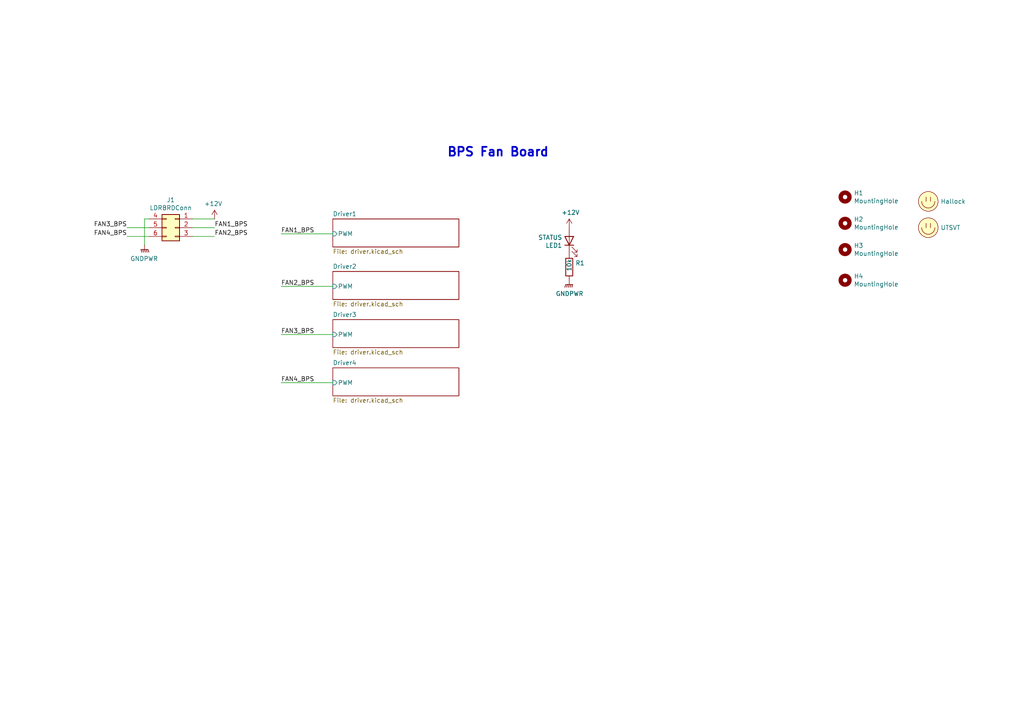
<source format=kicad_sch>
(kicad_sch (version 20231120) (generator "eeschema") (generator_version "8.0")
  (paper "A4")
  (lib_symbols
    (symbol "Connector_Generic:Conn_02x03_Top_Bottom" (pin_names (offset 1.016) hide)
      (property "Reference" "J" (at 1.27 5.08 0))
      (property "Value" "Conn_02x03_Top_Bottom" (at 1.27 -5.08 0))
      (symbol "Conn_02x03_Top_Bottom_1_1"
        (rectangle (start -1.27 -2.413) (end 0 -2.667) (stroke (width 0.1524)))
        (rectangle (start -1.27 0.127) (end 0 -0.127) (stroke (width 0.1524)))
        (rectangle (start -1.27 2.667) (end 0 2.413) (stroke (width 0.1524)))
        (rectangle (start -1.27 3.81) (end 3.81 -3.81) (stroke (width 0.254)) (fill (type background)))
        (rectangle (start 3.81 -2.413) (end 2.54 -2.667) (stroke (width 0.1524)))
        (rectangle (start 3.81 0.127) (end 2.54 -0.127) (stroke (width 0.1524)))
        (rectangle (start 3.81 2.667) (end 2.54 2.413) (stroke (width 0.1524)))
        (pin passive line (at -5.08 2.54 0) (length 3.81) (name "Pin_1") (number "1"))
        (pin passive line (at -5.08 0 0) (length 3.81) (name "Pin_2") (number "2"))
        (pin passive line (at -5.08 -2.54 0) (length 3.81) (name "Pin_3") (number "3"))
        (pin passive line (at 7.62 2.54 180) (length 3.81) (name "Pin_4") (number "4"))
        (pin passive line (at 7.62 0 180) (length 3.81) (name "Pin_5") (number "5"))
        (pin passive line (at 7.62 -2.54 180) (length 3.81) (name "Pin_6") (number "6"))
      )
    )
    (symbol "Device:LED" (pin_numbers hide) (pin_names (offset 1.016) hide)
      (property "Reference" "D" (at 0 2.54 0))
      (property "Value" "LED" (at 0 -2.54 0))
      (symbol "LED_0_1"
        (polyline (pts (xy -1.27 -1.27) (xy -1.27 1.27)) (stroke (width 0.254)))
        (polyline (pts (xy -1.27 0) (xy 1.27 0)))
        (polyline (pts (xy 1.27 -1.27) (xy 1.27 1.27) (xy -1.27 0) (xy 1.27 -1.27)) (stroke (width 0.254)))
        (polyline (pts (xy -3.048 -0.762) (xy -4.572 -2.286) (xy -3.81 -2.286) (xy -4.572 -2.286) (xy -4.572 -1.524)))
        (polyline (pts (xy -1.778 -0.762) (xy -3.302 -2.286) (xy -2.54 -2.286) (xy -3.302 -2.286) (xy -3.302 -1.524)))
      )
      (symbol "LED_1_1"
        (pin passive line (at -3.81 0 0) (length 2.54) (name "K") (number "1"))
        (pin passive line (at 3.81 0 180) (length 2.54) (name "A") (number "2"))
      )
    )
    (symbol "Device:R" (pin_numbers hide) (pin_names (offset 0))
      (property "Reference" "R" (at 2.032 0 90))
      (property "Value" "R" (at 0 0 90))
      (symbol "R_0_1"
        (rectangle (start -1.016 -2.54) (end 1.016 2.54) (stroke (width 0.254)))
      )
      (symbol "R_1_1"
        (pin passive line (at 0 3.81 270) (length 1.27) (name "~") (number "1"))
        (pin passive line (at 0 -3.81 90) (length 1.27) (name "~") (number "2"))
      )
    )
    (symbol "Mechanical:MountingHole" (pin_names (offset 1.016)) (exclude_from_sim yes) (in_bom no)
      (property "Reference" "H" (at 0 5.08 0))
      (property "Value" "MountingHole" (at 0 3.175 0))
      (symbol "MountingHole_0_1"
        (circle (center 0 0) (radius 1.27) (stroke (width 1.27)))
      )
    )
    (symbol "power:+12V" (power) (pin_numbers hide) (pin_names (offset 0) hide)
      (property "Value" "+12V" (at 0 3.556 0))
      (symbol "+12V_0_1"
        (polyline (pts (xy -0.762 1.27) (xy 0 2.54)))
        (polyline (pts (xy 0 0) (xy 0 2.54)))
        (polyline (pts (xy 0 2.54) (xy 0.762 1.27)))
      )
      (symbol "+12V_1_1"
        (pin power_in line (at 0 0 90) (length 0) (name "~") (number "1"))
      )
    )
    (symbol "power:GNDPWR" (power) (pin_numbers hide) (pin_names (offset 0) hide)
      (property "Value" "GNDPWR" (at 0 -3.302 0))
      (symbol "GNDPWR_0_1"
        (polyline (pts (xy 0 -1.27) (xy 0 0)))
        (polyline (pts (xy -1.016 -1.27) (xy -1.27 -2.032) (xy -1.27 -2.032)) (stroke (width 0.2032)))
        (polyline (pts (xy -0.508 -1.27) (xy -0.762 -2.032) (xy -0.762 -2.032)) (stroke (width 0.2032)))
        (polyline (pts (xy 0 -1.27) (xy -0.254 -2.032) (xy -0.254 -2.032)) (stroke (width 0.2032)))
        (polyline (pts (xy 0.508 -1.27) (xy 0.254 -2.032) (xy 0.254 -2.032)) (stroke (width 0.2032)))
        (polyline (pts (xy 1.016 -1.27) (xy -1.016 -1.27) (xy -1.016 -1.27)) (stroke (width 0.2032)))
        (polyline (pts (xy 1.016 -1.27) (xy 0.762 -2.032) (xy 0.762 -2.032) (xy 0.762 -2.032)) (stroke (width 0.2032)))
      )
      (symbol "GNDPWR_1_1"
        (pin power_in line (at 0 0 270) (length 0) (name "~") (number "1"))
      )
    )
    (symbol "utsvt-misc:Logo_Placeholder" (pin_names (offset 1.016))
      (property "Value" "Logo_Placeholder" (at 0 3.81 0))
      (symbol "Logo_Placeholder_0_1"
        (arc (start -1.905 0) (mid 0 -1.905) (end 1.905 0))
        (polyline (pts (xy -0.635 1.27) (xy -0.635 0)))
        (polyline (pts (xy 0.635 1.27) (xy 0.635 0)))
        (circle (center 0 0) (radius 2.8448) (fill (type background)))
      )
    )
  )
  (wire (pts (xy 62.23 68.58) (xy 55.88 68.58)))
  (wire (pts (xy 62.23 66.04) (xy 55.88 66.04)))
  (wire (pts (xy 43.18 66.04) (xy 36.83 66.04)))
  (wire (pts (xy 81.534 83.058) (xy 96.52 83.058)))
  (wire (pts (xy 81.534 97.028) (xy 96.52 97.028)))
  (wire (pts (xy 81.534 110.998) (xy 96.52 110.998)))
  (wire (pts (xy 43.18 63.5) (xy 41.91 63.5)))
  (wire (pts (xy 81.534 67.818) (xy 96.52 67.818)))
  (wire (pts (xy 62.23 63.5) (xy 55.88 63.5)))
  (wire (pts (xy 41.91 63.5) (xy 41.91 71.12)))
  (wire (pts (xy 43.18 68.58) (xy 36.83 68.58)))
  (text "BPS Fan Board" (at 129.54 45.72 0) (effects (font (size 2.54 2.54) (thickness 0.508) (bold yes)) (justify left bottom)))
  (label "FAN1_BPS" (at 81.534 67.818 0))
  (label "FAN2_BPS" (at 81.534 83.058 0))
  (label "FAN1_BPS" (at 62.23 66.04 0))
  (label "FAN3_BPS" (at 36.83 66.04 180))
  (label "FAN4_BPS" (at 81.534 110.998 0))
  (label "FAN2_BPS" (at 62.23 68.58 0))
  (label "FAN4_BPS" (at 36.83 68.58 180))
  (label "FAN3_BPS" (at 81.534 97.028 0))
  (symbol (lib_id "Mechanical:MountingHole") (at 245.11 57.15 0) (unit 1)
    (property "Reference" "H1" (at 247.65 55.9816 0) (effects (justify left)))
    (property "Value" "MountingHole" (at 247.65 58.293 0) (effects (justify left)))
    (property "Footprint" "MountingHole:MountingHole_3mm" (effects (hide yes)))
    (property "Description" "Mounting Hole without connection" (effects (hide yes)))
  )
  (symbol (lib_id "Mechanical:MountingHole") (at 245.11 64.77 0) (unit 1)
    (property "Reference" "H2" (at 247.65 63.6016 0) (effects (justify left)))
    (property "Value" "MountingHole" (at 247.65 65.913 0) (effects (justify left)))
    (property "Footprint" "MountingHole:MountingHole_3mm" (effects (hide yes)))
    (property "Description" "Mounting Hole without connection" (effects (hide yes)))
  )
  (symbol (lib_id "Mechanical:MountingHole") (at 245.11 72.39 0) (unit 1)
    (property "Reference" "H3" (at 247.65 71.2216 0) (effects (justify left)))
    (property "Value" "MountingHole" (at 247.65 73.533 0) (effects (justify left)))
    (property "Footprint" "MountingHole:MountingHole_3mm" (effects (hide yes)))
    (property "Description" "Mounting Hole without connection" (effects (hide yes)))
  )
  (symbol (lib_id "Mechanical:MountingHole") (at 245.11 81.28 0) (unit 1)
    (property "Reference" "H4" (at 247.65 80.1116 0) (effects (justify left)))
    (property "Value" "MountingHole" (at 247.65 82.423 0) (effects (justify left)))
    (property "Footprint" "MountingHole:MountingHole_3mm" (effects (hide yes)))
    (property "Description" "Mounting Hole without connection" (effects (hide yes)))
  )
  (symbol (lib_id "Device:R") (at 165.1 77.47 0) (unit 1)
    (property "Reference" "R1" (at 166.878 76.3016 0) (effects (justify left)))
    (property "Value" "10k" (at 165.1 78.74 90) (effects (justify left)))
    (property "Footprint" "Resistor_SMD:R_0805_2012Metric" (effects (hide yes)))
    (property "Description" "Resistor" (effects (hide yes)))
  )
  (symbol (lib_id "Device:LED") (at 165.1 69.85 90) (unit 1)
    (property "Reference" "LED1" (at 163.068 71.1962 90) (effects (justify left)))
    (property "Value" "STATUS" (at 163.068 68.8848 90) (effects (justify left)))
    (property "Footprint" "LED_SMD:LED_0805_2012Metric" (effects (hide yes)))
    (property "Description" "Light emitting diode" (effects (hide yes)))
  )
  (symbol (lib_id "power:+12V") (at 165.1 66.04 0) (unit 1)
    (property "Reference" "#PWR05" (effects (hide yes)))
    (property "Value" "+12V" (at 165.481 61.6458 0))
    (property "Description" "Power symbol creates a global label with name \"+12V\"" (effects (hide yes)))
  )
  (symbol (lib_id "power:GNDPWR") (at 165.1 81.28 0) (unit 1)
    (property "Reference" "#PWR06" (effects (hide yes)))
    (property "Value" "GNDPWR" (at 165.2016 85.1916 0))
    (property "Description" "Power symbol creates a global label with name \"GNDPWR\" , global ground" (effects (hide yes)))
  )
  (symbol (lib_id "utsvt-misc:Logo_Placeholder") (at 269.24 58.42 0) (unit 1)
    (property "Reference" "LOGO1" (effects (hide yes)))
    (property "Value" "Hallock" (at 272.796 58.42 0) (effects (justify left)))
    (property "Footprint" "UTSVT_Special:Hallock_Image_Tiny" (effects (hide yes)))
    (property "Description" "Graph footprint placeholder" (effects (hide yes)))
  )
  (symbol (lib_id "utsvt-misc:Logo_Placeholder") (at 269.24 66.04 0) (unit 1)
    (property "Reference" "LOGO2" (effects (hide yes)))
    (property "Value" "UTSVT" (at 272.796 66.04 0) (effects (justify left)))
    (property "Footprint" "UTSVT_Special:UTSVT_Logo_Symbol" (effects (hide yes)))
    (property "Description" "Graph footprint placeholder" (effects (hide yes)))
  )
  (symbol (lib_id "power:+12V") (at 62.23 63.5 0) (mirror y) (unit 1)
    (property "Reference" "#PWR0101" (effects (hide yes)))
    (property "Value" "+12V" (at 61.849 59.1058 0))
    (property "Description" "Power symbol creates a global label with name \"+12V\"" (effects (hide yes)))
  )
  (symbol (lib_id "power:GNDPWR") (at 41.91 71.12 0) (mirror y) (unit 1)
    (property "Reference" "#PWR0102" (effects (hide yes)))
    (property "Value" "GNDPWR" (at 41.8084 75.0316 0))
    (property "Description" "Power symbol creates a global label with name \"GNDPWR\" , global ground" (effects (hide yes)))
  )
  (symbol (lib_id "Connector_Generic:Conn_02x03_Top_Bottom") (at 50.8 66.04 0) (mirror y) (unit 1)
    (property "Reference" "J1" (at 49.53 57.9882 0))
    (property "Value" "LDRBRDConn" (at 49.53 60.2996 0))
    (property "Footprint" "Connector_Molex:Molex_Micro-Fit_3.0_43045-0612_2x03_P3.00mm_Vertical" (effects (hide yes)))
    (property "Description" "Generic connector, double row, 02x03, top/bottom pin numbering scheme (row 1: 1...pins_per_row, row2: pins_per_row+1 ... num_pins), script generated (kicad-library-utils/schlib/autogen/connector/)" (effects (hide yes)))
  )
  (sheet (at 96.52 63.5) (size 36.576 8.128) (stroke (width 0.1524))
    (property "Sheetname" "Driver1" (at 96.52 62.7884 0) (effects (justify left bottom)))
    (property "Sheetfile" "driver.kicad_sch" (at 96.52 72.2126 0) (effects (justify left top)))
    (pin "PWM" input (at 96.52 67.818 180))
  )
  (sheet (at 96.52 92.71) (size 36.576 8.128) (stroke (width 0.1524))
    (property "Sheetname" "Driver3" (at 96.52 91.9984 0) (effects (justify left bottom)))
    (property "Sheetfile" "driver.kicad_sch" (at 96.52 101.4226 0) (effects (justify left top)))
    (pin "PWM" input (at 96.52 97.028 180))
  )
  (sheet (at 96.52 78.74) (size 36.576 8.128) (stroke (width 0.1524))
    (property "Sheetname" "Driver2" (at 96.52 78.0284 0) (effects (justify left bottom)))
    (property "Sheetfile" "driver.kicad_sch" (at 96.52 87.4526 0) (effects (justify left top)))
    (pin "PWM" input (at 96.52 83.058 180))
  )
  (sheet (at 96.52 106.68) (size 36.576 8.128) (stroke (width 0.1524))
    (property "Sheetname" "Driver4" (at 96.52 105.9684 0) (effects (justify left bottom)))
    (property "Sheetfile" "driver.kicad_sch" (at 96.52 115.3926 0) (effects (justify left top)))
    (pin "PWM" input (at 96.52 110.998 180))
  )
)
</source>
